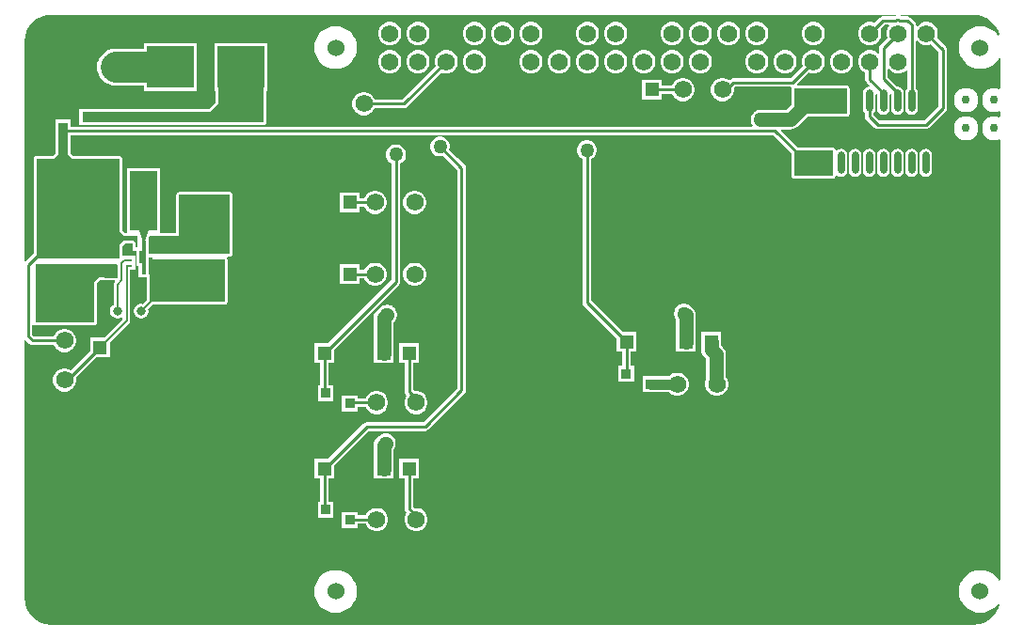
<source format=gtl>
G04*
G04 #@! TF.GenerationSoftware,Altium Limited,Altium Designer,22.10.1 (41)*
G04*
G04 Layer_Physical_Order=1*
G04 Layer_Color=255*
%FSLAX23Y23*%
%MOIN*%
G70*
G04*
G04 #@! TF.SameCoordinates,9DCC93BE-6794-47A7-A240-529396958765*
G04*
G04*
G04 #@! TF.FilePolarity,Positive*
G04*
G01*
G75*
%ADD13O,0.024X0.080*%
%ADD14R,0.024X0.080*%
%ADD15R,0.050X0.050*%
%ADD16R,0.050X0.050*%
%ADD17R,0.036X0.036*%
%ADD18R,0.010X0.024*%
%ADD19R,0.024X0.010*%
%ADD20R,0.095X0.210*%
%ADD21R,0.167X0.150*%
%ADD38C,0.010*%
%ADD39C,0.010*%
%ADD40R,0.017X0.049*%
%ADD41R,0.017X0.120*%
%ADD42R,0.017X0.063*%
%ADD43C,0.050*%
%ADD44C,0.007*%
%ADD45C,0.005*%
%ADD46C,0.034*%
%ADD47C,0.036*%
%ADD48C,0.110*%
%ADD49C,0.030*%
%ADD50C,0.062*%
%ADD51C,0.060*%
%ADD52C,0.100*%
%ADD53C,0.032*%
%ADD54C,0.050*%
G36*
X3447Y2234D02*
X3465Y2229D01*
X3481Y2220D01*
X3496Y2208D01*
X3508Y2193D01*
X3517Y2177D01*
X3520Y2165D01*
X3516Y2162D01*
X3507Y2173D01*
X3496Y2182D01*
X3482Y2189D01*
X3468Y2194D01*
X3453Y2195D01*
X3439Y2194D01*
X3424Y2189D01*
X3411Y2182D01*
X3400Y2173D01*
X3390Y2161D01*
X3383Y2148D01*
X3379Y2134D01*
X3378Y2119D01*
X3379Y2104D01*
X3383Y2090D01*
X3390Y2077D01*
X3400Y2065D01*
X3411Y2056D01*
X3424Y2049D01*
X3439Y2045D01*
X3453Y2043D01*
X3468Y2045D01*
X3482Y2049D01*
X3496Y2056D01*
X3507Y2065D01*
X3517Y2077D01*
X3519Y2081D01*
X3524Y2080D01*
Y1975D01*
X3519Y1972D01*
X3515Y1974D01*
X3503Y1976D01*
X3492Y1974D01*
X3482Y1970D01*
X3473Y1963D01*
X3466Y1954D01*
X3462Y1944D01*
X3461Y1933D01*
X3462Y1922D01*
X3466Y1911D01*
X3473Y1903D01*
X3482Y1896D01*
X3492Y1892D01*
X3503Y1890D01*
X3515Y1892D01*
X3519Y1894D01*
X3524Y1891D01*
Y1875D01*
X3519Y1872D01*
X3515Y1874D01*
X3503Y1876D01*
X3492Y1874D01*
X3482Y1870D01*
X3473Y1863D01*
X3466Y1854D01*
X3462Y1844D01*
X3461Y1833D01*
X3462Y1822D01*
X3466Y1811D01*
X3473Y1803D01*
X3482Y1796D01*
X3492Y1792D01*
X3503Y1790D01*
X3515Y1792D01*
X3519Y1794D01*
X3524Y1791D01*
Y230D01*
X3519Y228D01*
X3517Y232D01*
X3507Y244D01*
X3496Y253D01*
X3482Y260D01*
X3468Y264D01*
X3453Y266D01*
X3439Y264D01*
X3424Y260D01*
X3411Y253D01*
X3400Y244D01*
X3390Y232D01*
X3383Y219D01*
X3379Y205D01*
X3378Y190D01*
X3379Y175D01*
X3383Y161D01*
X3390Y148D01*
X3400Y136D01*
X3411Y127D01*
X3424Y120D01*
X3439Y116D01*
X3453Y114D01*
X3468Y116D01*
X3482Y120D01*
X3496Y127D01*
X3507Y136D01*
X3517Y148D01*
X3521Y146D01*
X3517Y131D01*
X3508Y115D01*
X3496Y100D01*
X3481Y88D01*
X3465Y79D01*
X3447Y74D01*
X3429Y72D01*
X3428Y72D01*
X164D01*
X163Y72D01*
X145Y74D01*
X127Y79D01*
X111Y88D01*
X96Y100D01*
X84Y115D01*
X75Y131D01*
X70Y149D01*
X68Y167D01*
X68Y168D01*
Y1080D01*
X73Y1082D01*
X86Y1069D01*
X91Y1066D01*
X97Y1065D01*
X172D01*
X172Y1064D01*
X177Y1055D01*
X185Y1047D01*
X194Y1042D01*
X205Y1039D01*
X215D01*
X226Y1042D01*
X235Y1047D01*
X243Y1055D01*
X248Y1064D01*
X251Y1075D01*
Y1085D01*
X248Y1096D01*
X243Y1105D01*
X235Y1113D01*
X226Y1118D01*
X215Y1121D01*
X205D01*
X194Y1118D01*
X185Y1113D01*
X177Y1105D01*
X172Y1096D01*
X172Y1095D01*
X103D01*
X96Y1102D01*
Y1135D01*
X99Y1136D01*
X101Y1136D01*
X104Y1135D01*
X108Y1134D01*
X316D01*
X320Y1135D01*
X323Y1137D01*
X325Y1140D01*
X326Y1144D01*
Y1285D01*
X335Y1294D01*
X387D01*
X389Y1289D01*
X388Y1288D01*
X385Y1284D01*
X384Y1279D01*
Y1207D01*
X381Y1205D01*
X376Y1200D01*
X373Y1194D01*
X371Y1187D01*
Y1181D01*
X373Y1174D01*
X376Y1168D01*
X381Y1163D01*
X387Y1160D01*
X394Y1158D01*
X400D01*
X407Y1160D01*
X411Y1162D01*
X415Y1160D01*
X415Y1155D01*
X351Y1090D01*
X300D01*
Y1042D01*
X233Y974D01*
X226Y978D01*
X215Y981D01*
X205D01*
X194Y978D01*
X185Y973D01*
X177Y965D01*
X172Y956D01*
X169Y945D01*
Y935D01*
X172Y924D01*
X177Y915D01*
X185Y907D01*
X194Y902D01*
X205Y899D01*
X215D01*
X226Y902D01*
X235Y907D01*
X243Y915D01*
X248Y924D01*
X251Y935D01*
Y945D01*
X250Y949D01*
X322Y1020D01*
X370D01*
Y1071D01*
X439Y1140D01*
X439Y1140D01*
X442Y1144D01*
X443Y1150D01*
Y1331D01*
X460D01*
Y1380D01*
X416D01*
X415Y1385D01*
Y1416D01*
X424Y1425D01*
X450D01*
Y1398D01*
X464D01*
X465Y1397D01*
Y1353D01*
X466Y1349D01*
X468Y1346D01*
X471Y1344D01*
Y1305D01*
X495D01*
Y1305D01*
X502D01*
Y1225D01*
X502Y1225D01*
X500Y1221D01*
X499Y1220D01*
X488Y1209D01*
X484Y1210D01*
X478D01*
X471Y1208D01*
X465Y1205D01*
X460Y1200D01*
X457Y1194D01*
X455Y1187D01*
Y1181D01*
X457Y1174D01*
X460Y1168D01*
X465Y1163D01*
X471Y1160D01*
X478Y1158D01*
X484D01*
X491Y1160D01*
X497Y1163D01*
X502Y1168D01*
X505Y1174D01*
X507Y1181D01*
Y1187D01*
X506Y1191D01*
X522Y1207D01*
X777D01*
X781Y1208D01*
X784Y1210D01*
X786Y1213D01*
X787Y1217D01*
Y1368D01*
X786Y1372D01*
X786Y1373D01*
X788Y1378D01*
X796D01*
X800Y1379D01*
X803Y1381D01*
X805Y1384D01*
X806Y1388D01*
Y1597D01*
X805Y1601D01*
X803Y1604D01*
X800Y1606D01*
X796Y1607D01*
X616D01*
X612Y1606D01*
X609Y1604D01*
X607Y1601D01*
X606Y1597D01*
X606Y1596D01*
Y1460D01*
X548D01*
Y1690D01*
X538D01*
X537Y1690D01*
X443D01*
X442Y1690D01*
X433D01*
Y1460D01*
X426D01*
X415Y1471D01*
Y1725D01*
X414Y1729D01*
X412Y1732D01*
X409Y1734D01*
X405Y1735D01*
X239D01*
X230Y1744D01*
Y1808D01*
X233D01*
Y1809D01*
X2720D01*
X2785Y1744D01*
Y1665D01*
X2786Y1661D01*
X2788Y1658D01*
X2791Y1656D01*
X2795Y1655D01*
X2930D01*
X2934Y1656D01*
X2937Y1658D01*
X2939Y1661D01*
X2940Y1663D01*
X2942Y1665D01*
X2944Y1665D01*
X2945Y1665D01*
X2951Y1661D01*
X2960Y1660D01*
X2969Y1661D01*
X2976Y1666D01*
X2981Y1673D01*
X2982Y1682D01*
Y1738D01*
X2981Y1747D01*
X2976Y1754D01*
X2969Y1759D01*
X2960Y1760D01*
X2951Y1759D01*
X2945Y1755D01*
X2944Y1755D01*
X2942Y1755D01*
X2940Y1757D01*
X2939Y1759D01*
X2937Y1762D01*
X2934Y1764D01*
X2930Y1765D01*
X2806D01*
X2748Y1824D01*
X2749Y1829D01*
X2780D01*
X2789Y1830D01*
X2798Y1833D01*
X2805Y1839D01*
X2841Y1875D01*
X2980D01*
X2984Y1876D01*
X2987Y1878D01*
X2989Y1881D01*
X2990Y1885D01*
Y1975D01*
X2989Y1979D01*
X2987Y1982D01*
X2984Y1984D01*
X2980Y1985D01*
X2806D01*
X2804Y1990D01*
X2845Y2031D01*
X2846Y2031D01*
X2856Y2028D01*
X2867D01*
X2878Y2031D01*
X2887Y2036D01*
X2895Y2044D01*
X2900Y2053D01*
X2903Y2064D01*
Y2075D01*
X2900Y2085D01*
X2895Y2094D01*
X2887Y2102D01*
X2878Y2107D01*
X2867Y2110D01*
X2856D01*
X2846Y2107D01*
X2837Y2102D01*
X2829Y2094D01*
X2824Y2085D01*
X2821Y2075D01*
Y2064D01*
X2824Y2053D01*
X2824Y2053D01*
X2781Y2010D01*
X2579D01*
X2573Y2009D01*
X2568Y2006D01*
X2565Y2003D01*
X2565Y2003D01*
X2556Y2008D01*
X2545Y2011D01*
X2535D01*
X2524Y2008D01*
X2515Y2003D01*
X2507Y1995D01*
X2502Y1986D01*
X2499Y1975D01*
Y1965D01*
X2502Y1954D01*
X2507Y1945D01*
X2515Y1937D01*
X2524Y1932D01*
X2535Y1929D01*
X2545D01*
X2556Y1932D01*
X2565Y1937D01*
X2573Y1945D01*
X2578Y1954D01*
X2581Y1965D01*
Y1975D01*
X2585Y1980D01*
X2781D01*
X2785Y1975D01*
Y1919D01*
X2765Y1899D01*
X2676D01*
X2674Y1899D01*
X2671D01*
X2669Y1898D01*
X2667Y1898D01*
X2665Y1897D01*
X2662Y1897D01*
X2660Y1895D01*
X2658Y1895D01*
X2657Y1893D01*
X2655Y1892D01*
X2653Y1890D01*
X2651Y1889D01*
X2650Y1887D01*
X2648Y1885D01*
X2647Y1883D01*
X2645Y1882D01*
X2645Y1880D01*
X2643Y1878D01*
X2643Y1875D01*
X2642Y1873D01*
X2642Y1871D01*
X2641Y1869D01*
Y1866D01*
X2641Y1864D01*
X2641Y1862D01*
Y1859D01*
X2642Y1857D01*
X2642Y1855D01*
X2643Y1853D01*
X2643Y1850D01*
X2645Y1848D01*
X2645Y1846D01*
X2647Y1845D01*
X2647Y1844D01*
X2645Y1840D01*
X2644Y1839D01*
X233D01*
Y1864D01*
X177D01*
Y1808D01*
X178D01*
Y1744D01*
X169Y1735D01*
X110D01*
X106Y1734D01*
X103Y1732D01*
X101Y1729D01*
X100Y1725D01*
Y1388D01*
X73Y1361D01*
X68Y1363D01*
Y2140D01*
X68Y2141D01*
X70Y2159D01*
X75Y2177D01*
X84Y2193D01*
X96Y2208D01*
X111Y2220D01*
X127Y2229D01*
X145Y2234D01*
X163Y2236D01*
X164Y2236D01*
X3154D01*
X3155Y2233D01*
X3153Y2230D01*
X3108D01*
X3102Y2229D01*
X3097Y2226D01*
X3078Y2207D01*
X3078Y2207D01*
X3067Y2210D01*
X3056D01*
X3046Y2207D01*
X3037Y2202D01*
X3029Y2194D01*
X3024Y2185D01*
X3021Y2175D01*
Y2164D01*
X3024Y2153D01*
X3029Y2144D01*
X3037Y2136D01*
X3046Y2131D01*
X3056Y2128D01*
X3067D01*
X3078Y2131D01*
X3087Y2136D01*
X3095Y2144D01*
X3100Y2153D01*
X3103Y2164D01*
Y2175D01*
X3100Y2185D01*
X3100Y2185D01*
X3114Y2200D01*
X3128D01*
X3130Y2195D01*
X3129Y2194D01*
X3124Y2185D01*
X3121Y2175D01*
Y2164D01*
X3124Y2153D01*
X3124Y2153D01*
X3099Y2128D01*
X3096Y2123D01*
X3095Y2117D01*
Y2101D01*
X3090Y2099D01*
X3087Y2102D01*
X3078Y2107D01*
X3067Y2110D01*
X3056D01*
X3046Y2107D01*
X3037Y2102D01*
X3029Y2094D01*
X3024Y2085D01*
X3021Y2075D01*
Y2064D01*
X3024Y2053D01*
X3029Y2044D01*
X3037Y2036D01*
X3046Y2031D01*
X3046Y2031D01*
Y2006D01*
X3048Y2000D01*
X3051Y1995D01*
X3062Y1985D01*
X3059Y1980D01*
X3051Y1979D01*
X3044Y1974D01*
X3039Y1967D01*
X3038Y1958D01*
Y1902D01*
X3039Y1893D01*
X3044Y1886D01*
X3045Y1886D01*
Y1875D01*
X3046Y1869D01*
X3049Y1864D01*
X3079Y1834D01*
X3084Y1831D01*
X3090Y1830D01*
X3260D01*
X3266Y1831D01*
X3271Y1834D01*
X3331Y1894D01*
X3334Y1899D01*
X3335Y1905D01*
Y2111D01*
X3334Y2117D01*
X3331Y2122D01*
X3300Y2153D01*
X3300Y2153D01*
X3303Y2164D01*
Y2175D01*
X3300Y2185D01*
X3295Y2194D01*
X3287Y2202D01*
X3278Y2207D01*
X3267Y2210D01*
X3256D01*
X3246Y2207D01*
X3237Y2202D01*
X3230Y2196D01*
X3225Y2198D01*
Y2200D01*
X3224Y2206D01*
X3221Y2211D01*
X3209Y2223D01*
X3209Y2223D01*
X3206Y2226D01*
X3201Y2229D01*
X3195Y2230D01*
X3171D01*
X3171Y2231D01*
X3173Y2236D01*
X3428D01*
X3429Y2236D01*
X3447Y2234D01*
D02*
G37*
G36*
X2980Y1885D02*
X2795D01*
Y1975D01*
X2980D01*
Y1885D01*
D02*
G37*
G36*
X3237Y2136D02*
X3246Y2131D01*
X3256Y2128D01*
X3267D01*
X3278Y2131D01*
X3278Y2131D01*
X3305Y2105D01*
Y1911D01*
X3254Y1860D01*
X3096D01*
X3076Y1881D01*
X3076Y1886D01*
X3076Y1886D01*
X3081Y1893D01*
X3082Y1902D01*
Y1951D01*
X3087Y1954D01*
X3088Y1954D01*
Y1902D01*
X3089Y1893D01*
X3094Y1886D01*
X3101Y1881D01*
X3110Y1880D01*
X3119Y1881D01*
X3126Y1886D01*
X3131Y1893D01*
X3132Y1902D01*
Y1951D01*
X3137Y1954D01*
X3138Y1954D01*
Y1902D01*
X3139Y1893D01*
X3144Y1886D01*
X3151Y1881D01*
X3160Y1880D01*
X3169Y1881D01*
X3176Y1886D01*
X3181Y1893D01*
X3182Y1902D01*
Y1958D01*
X3181Y1967D01*
X3176Y1974D01*
X3169Y1979D01*
X3160Y1980D01*
X3159Y1980D01*
X3125Y2014D01*
Y2041D01*
X3130Y2043D01*
X3137Y2036D01*
X3146Y2031D01*
X3156Y2028D01*
X3167D01*
X3178Y2031D01*
X3187Y2036D01*
X3190Y2039D01*
X3195Y2037D01*
Y1974D01*
X3194Y1974D01*
X3189Y1967D01*
X3188Y1958D01*
Y1902D01*
X3189Y1893D01*
X3194Y1886D01*
X3201Y1881D01*
X3210Y1880D01*
X3219Y1881D01*
X3226Y1886D01*
X3231Y1893D01*
X3232Y1902D01*
Y1958D01*
X3231Y1967D01*
X3226Y1974D01*
X3225Y1974D01*
Y2141D01*
X3230Y2143D01*
X3237Y2136D01*
D02*
G37*
G36*
X2930Y1665D02*
X2795D01*
Y1755D01*
X2930D01*
Y1665D01*
D02*
G37*
G36*
X537Y1470D02*
X507D01*
X494Y1436D01*
X494Y1422D01*
X485D01*
Y1438D01*
X474Y1470D01*
X443D01*
Y1680D01*
X537D01*
Y1470D01*
D02*
G37*
G36*
X220Y1740D02*
X235Y1725D01*
X405D01*
Y1467D01*
X422Y1450D01*
X469D01*
Y1410D01*
X460D01*
Y1429D01*
X454Y1435D01*
X420D01*
X405Y1420D01*
Y1370D01*
X110D01*
Y1725D01*
X173D01*
X188Y1740D01*
Y1852D01*
X220D01*
Y1740D01*
D02*
G37*
G36*
X796Y1388D02*
X509D01*
Y1446D01*
X509Y1446D01*
X513Y1450D01*
X616D01*
Y1597D01*
X616Y1597D01*
X796D01*
Y1388D01*
D02*
G37*
G36*
X496Y1353D02*
X475D01*
Y1397D01*
X496D01*
Y1353D01*
D02*
G37*
G36*
X777Y1217D02*
X514D01*
X512Y1214D01*
X509D01*
Y1217D01*
X512D01*
Y1368D01*
X777D01*
Y1217D01*
D02*
G37*
G36*
X396Y1304D02*
X331D01*
X316Y1289D01*
Y1144D01*
X108D01*
Y1352D01*
X396D01*
Y1304D01*
D02*
G37*
%LPC*%
G36*
X2867Y2210D02*
X2856D01*
X2846Y2207D01*
X2837Y2202D01*
X2829Y2194D01*
X2824Y2185D01*
X2821Y2175D01*
Y2164D01*
X2824Y2153D01*
X2829Y2144D01*
X2837Y2136D01*
X2846Y2131D01*
X2856Y2128D01*
X2867D01*
X2878Y2131D01*
X2887Y2136D01*
X2895Y2144D01*
X2900Y2153D01*
X2903Y2164D01*
Y2175D01*
X2900Y2185D01*
X2895Y2194D01*
X2887Y2202D01*
X2878Y2207D01*
X2867Y2210D01*
D02*
G37*
G36*
X2667D02*
X2656D01*
X2646Y2207D01*
X2637Y2202D01*
X2629Y2194D01*
X2624Y2185D01*
X2621Y2175D01*
Y2164D01*
X2624Y2153D01*
X2629Y2144D01*
X2637Y2136D01*
X2646Y2131D01*
X2656Y2128D01*
X2667D01*
X2678Y2131D01*
X2687Y2136D01*
X2695Y2144D01*
X2700Y2153D01*
X2703Y2164D01*
Y2175D01*
X2700Y2185D01*
X2695Y2194D01*
X2687Y2202D01*
X2678Y2207D01*
X2667Y2210D01*
D02*
G37*
G36*
X2567D02*
X2556D01*
X2546Y2207D01*
X2537Y2202D01*
X2529Y2194D01*
X2524Y2185D01*
X2521Y2175D01*
Y2164D01*
X2524Y2153D01*
X2529Y2144D01*
X2537Y2136D01*
X2546Y2131D01*
X2556Y2128D01*
X2567D01*
X2578Y2131D01*
X2587Y2136D01*
X2595Y2144D01*
X2600Y2153D01*
X2603Y2164D01*
Y2175D01*
X2600Y2185D01*
X2595Y2194D01*
X2587Y2202D01*
X2578Y2207D01*
X2567Y2210D01*
D02*
G37*
G36*
X2467D02*
X2456D01*
X2446Y2207D01*
X2437Y2202D01*
X2429Y2194D01*
X2424Y2185D01*
X2421Y2175D01*
Y2164D01*
X2424Y2153D01*
X2429Y2144D01*
X2437Y2136D01*
X2446Y2131D01*
X2456Y2128D01*
X2467D01*
X2478Y2131D01*
X2487Y2136D01*
X2495Y2144D01*
X2500Y2153D01*
X2503Y2164D01*
Y2175D01*
X2500Y2185D01*
X2495Y2194D01*
X2487Y2202D01*
X2478Y2207D01*
X2467Y2210D01*
D02*
G37*
G36*
X2367D02*
X2356D01*
X2346Y2207D01*
X2337Y2202D01*
X2329Y2194D01*
X2324Y2185D01*
X2321Y2175D01*
Y2164D01*
X2324Y2153D01*
X2329Y2144D01*
X2337Y2136D01*
X2346Y2131D01*
X2356Y2128D01*
X2367D01*
X2378Y2131D01*
X2387Y2136D01*
X2395Y2144D01*
X2400Y2153D01*
X2403Y2164D01*
Y2175D01*
X2400Y2185D01*
X2395Y2194D01*
X2387Y2202D01*
X2378Y2207D01*
X2367Y2210D01*
D02*
G37*
G36*
X2167D02*
X2156D01*
X2146Y2207D01*
X2137Y2202D01*
X2129Y2194D01*
X2124Y2185D01*
X2121Y2175D01*
Y2164D01*
X2124Y2153D01*
X2129Y2144D01*
X2137Y2136D01*
X2146Y2131D01*
X2156Y2128D01*
X2167D01*
X2178Y2131D01*
X2187Y2136D01*
X2195Y2144D01*
X2200Y2153D01*
X2203Y2164D01*
Y2175D01*
X2200Y2185D01*
X2195Y2194D01*
X2187Y2202D01*
X2178Y2207D01*
X2167Y2210D01*
D02*
G37*
G36*
X2067D02*
X2056D01*
X2046Y2207D01*
X2037Y2202D01*
X2029Y2194D01*
X2024Y2185D01*
X2021Y2175D01*
Y2164D01*
X2024Y2153D01*
X2029Y2144D01*
X2037Y2136D01*
X2046Y2131D01*
X2056Y2128D01*
X2067D01*
X2078Y2131D01*
X2087Y2136D01*
X2095Y2144D01*
X2100Y2153D01*
X2103Y2164D01*
Y2175D01*
X2100Y2185D01*
X2095Y2194D01*
X2087Y2202D01*
X2078Y2207D01*
X2067Y2210D01*
D02*
G37*
G36*
X1867D02*
X1856D01*
X1846Y2207D01*
X1837Y2202D01*
X1829Y2194D01*
X1824Y2185D01*
X1821Y2175D01*
Y2164D01*
X1824Y2153D01*
X1829Y2144D01*
X1837Y2136D01*
X1846Y2131D01*
X1856Y2128D01*
X1867D01*
X1878Y2131D01*
X1887Y2136D01*
X1895Y2144D01*
X1900Y2153D01*
X1903Y2164D01*
Y2175D01*
X1900Y2185D01*
X1895Y2194D01*
X1887Y2202D01*
X1878Y2207D01*
X1867Y2210D01*
D02*
G37*
G36*
X1767D02*
X1756D01*
X1746Y2207D01*
X1737Y2202D01*
X1729Y2194D01*
X1724Y2185D01*
X1721Y2175D01*
Y2164D01*
X1724Y2153D01*
X1729Y2144D01*
X1737Y2136D01*
X1746Y2131D01*
X1756Y2128D01*
X1767D01*
X1778Y2131D01*
X1787Y2136D01*
X1795Y2144D01*
X1800Y2153D01*
X1803Y2164D01*
Y2175D01*
X1800Y2185D01*
X1795Y2194D01*
X1787Y2202D01*
X1778Y2207D01*
X1767Y2210D01*
D02*
G37*
G36*
X1667D02*
X1656D01*
X1646Y2207D01*
X1637Y2202D01*
X1629Y2194D01*
X1624Y2185D01*
X1621Y2175D01*
Y2164D01*
X1624Y2153D01*
X1629Y2144D01*
X1637Y2136D01*
X1646Y2131D01*
X1656Y2128D01*
X1667D01*
X1678Y2131D01*
X1687Y2136D01*
X1695Y2144D01*
X1700Y2153D01*
X1703Y2164D01*
Y2175D01*
X1700Y2185D01*
X1695Y2194D01*
X1687Y2202D01*
X1678Y2207D01*
X1667Y2210D01*
D02*
G37*
G36*
X1467D02*
X1456D01*
X1446Y2207D01*
X1437Y2202D01*
X1429Y2194D01*
X1424Y2185D01*
X1421Y2175D01*
Y2164D01*
X1424Y2153D01*
X1429Y2144D01*
X1437Y2136D01*
X1446Y2131D01*
X1456Y2128D01*
X1467D01*
X1478Y2131D01*
X1487Y2136D01*
X1495Y2144D01*
X1500Y2153D01*
X1503Y2164D01*
Y2175D01*
X1500Y2185D01*
X1495Y2194D01*
X1487Y2202D01*
X1478Y2207D01*
X1467Y2210D01*
D02*
G37*
G36*
X1367D02*
X1356D01*
X1346Y2207D01*
X1337Y2202D01*
X1329Y2194D01*
X1324Y2185D01*
X1321Y2175D01*
Y2164D01*
X1324Y2153D01*
X1329Y2144D01*
X1337Y2136D01*
X1346Y2131D01*
X1356Y2128D01*
X1367D01*
X1378Y2131D01*
X1387Y2136D01*
X1395Y2144D01*
X1400Y2153D01*
X1403Y2164D01*
Y2175D01*
X1400Y2185D01*
X1395Y2194D01*
X1387Y2202D01*
X1378Y2207D01*
X1367Y2210D01*
D02*
G37*
G36*
X1170Y2195D02*
X1155Y2194D01*
X1141Y2189D01*
X1128Y2182D01*
X1116Y2173D01*
X1107Y2161D01*
X1100Y2148D01*
X1096Y2134D01*
X1094Y2119D01*
X1096Y2104D01*
X1100Y2090D01*
X1107Y2077D01*
X1116Y2065D01*
X1128Y2056D01*
X1141Y2049D01*
X1155Y2045D01*
X1170Y2043D01*
X1185Y2045D01*
X1199Y2049D01*
X1212Y2056D01*
X1224Y2065D01*
X1233Y2077D01*
X1240Y2090D01*
X1244Y2104D01*
X1246Y2119D01*
X1244Y2134D01*
X1240Y2148D01*
X1233Y2161D01*
X1224Y2173D01*
X1212Y2182D01*
X1199Y2189D01*
X1185Y2194D01*
X1170Y2195D01*
D02*
G37*
G36*
X2967Y2110D02*
X2956D01*
X2946Y2107D01*
X2937Y2102D01*
X2929Y2094D01*
X2924Y2085D01*
X2921Y2075D01*
Y2064D01*
X2924Y2053D01*
X2929Y2044D01*
X2937Y2036D01*
X2946Y2031D01*
X2956Y2028D01*
X2967D01*
X2978Y2031D01*
X2987Y2036D01*
X2995Y2044D01*
X3000Y2053D01*
X3003Y2064D01*
Y2075D01*
X3000Y2085D01*
X2995Y2094D01*
X2987Y2102D01*
X2978Y2107D01*
X2967Y2110D01*
D02*
G37*
G36*
X2767D02*
X2756D01*
X2746Y2107D01*
X2737Y2102D01*
X2729Y2094D01*
X2724Y2085D01*
X2721Y2075D01*
Y2064D01*
X2724Y2053D01*
X2729Y2044D01*
X2737Y2036D01*
X2746Y2031D01*
X2756Y2028D01*
X2767D01*
X2778Y2031D01*
X2787Y2036D01*
X2795Y2044D01*
X2800Y2053D01*
X2803Y2064D01*
Y2075D01*
X2800Y2085D01*
X2795Y2094D01*
X2787Y2102D01*
X2778Y2107D01*
X2767Y2110D01*
D02*
G37*
G36*
X2667D02*
X2656D01*
X2646Y2107D01*
X2637Y2102D01*
X2629Y2094D01*
X2624Y2085D01*
X2621Y2075D01*
Y2064D01*
X2624Y2053D01*
X2629Y2044D01*
X2637Y2036D01*
X2646Y2031D01*
X2656Y2028D01*
X2667D01*
X2678Y2031D01*
X2687Y2036D01*
X2695Y2044D01*
X2700Y2053D01*
X2703Y2064D01*
Y2075D01*
X2700Y2085D01*
X2695Y2094D01*
X2687Y2102D01*
X2678Y2107D01*
X2667Y2110D01*
D02*
G37*
G36*
X2467D02*
X2456D01*
X2446Y2107D01*
X2437Y2102D01*
X2429Y2094D01*
X2424Y2085D01*
X2421Y2075D01*
Y2064D01*
X2424Y2053D01*
X2429Y2044D01*
X2437Y2036D01*
X2446Y2031D01*
X2456Y2028D01*
X2467D01*
X2478Y2031D01*
X2487Y2036D01*
X2495Y2044D01*
X2500Y2053D01*
X2503Y2064D01*
Y2075D01*
X2500Y2085D01*
X2495Y2094D01*
X2487Y2102D01*
X2478Y2107D01*
X2467Y2110D01*
D02*
G37*
G36*
X2367D02*
X2356D01*
X2346Y2107D01*
X2337Y2102D01*
X2329Y2094D01*
X2324Y2085D01*
X2321Y2075D01*
Y2064D01*
X2324Y2053D01*
X2329Y2044D01*
X2337Y2036D01*
X2346Y2031D01*
X2356Y2028D01*
X2367D01*
X2378Y2031D01*
X2387Y2036D01*
X2395Y2044D01*
X2400Y2053D01*
X2403Y2064D01*
Y2075D01*
X2400Y2085D01*
X2395Y2094D01*
X2387Y2102D01*
X2378Y2107D01*
X2367Y2110D01*
D02*
G37*
G36*
X2267D02*
X2256D01*
X2246Y2107D01*
X2237Y2102D01*
X2229Y2094D01*
X2224Y2085D01*
X2221Y2075D01*
Y2064D01*
X2224Y2053D01*
X2229Y2044D01*
X2237Y2036D01*
X2246Y2031D01*
X2256Y2028D01*
X2267D01*
X2278Y2031D01*
X2287Y2036D01*
X2295Y2044D01*
X2300Y2053D01*
X2303Y2064D01*
Y2075D01*
X2300Y2085D01*
X2295Y2094D01*
X2287Y2102D01*
X2278Y2107D01*
X2267Y2110D01*
D02*
G37*
G36*
X2167D02*
X2156D01*
X2146Y2107D01*
X2137Y2102D01*
X2129Y2094D01*
X2124Y2085D01*
X2121Y2075D01*
Y2064D01*
X2124Y2053D01*
X2129Y2044D01*
X2137Y2036D01*
X2146Y2031D01*
X2156Y2028D01*
X2167D01*
X2178Y2031D01*
X2187Y2036D01*
X2195Y2044D01*
X2200Y2053D01*
X2203Y2064D01*
Y2075D01*
X2200Y2085D01*
X2195Y2094D01*
X2187Y2102D01*
X2178Y2107D01*
X2167Y2110D01*
D02*
G37*
G36*
X2067D02*
X2056D01*
X2046Y2107D01*
X2037Y2102D01*
X2029Y2094D01*
X2024Y2085D01*
X2021Y2075D01*
Y2064D01*
X2024Y2053D01*
X2029Y2044D01*
X2037Y2036D01*
X2046Y2031D01*
X2056Y2028D01*
X2067D01*
X2078Y2031D01*
X2087Y2036D01*
X2095Y2044D01*
X2100Y2053D01*
X2103Y2064D01*
Y2075D01*
X2100Y2085D01*
X2095Y2094D01*
X2087Y2102D01*
X2078Y2107D01*
X2067Y2110D01*
D02*
G37*
G36*
X1967D02*
X1956D01*
X1946Y2107D01*
X1937Y2102D01*
X1929Y2094D01*
X1924Y2085D01*
X1921Y2075D01*
Y2064D01*
X1924Y2053D01*
X1929Y2044D01*
X1937Y2036D01*
X1946Y2031D01*
X1956Y2028D01*
X1967D01*
X1978Y2031D01*
X1987Y2036D01*
X1995Y2044D01*
X2000Y2053D01*
X2003Y2064D01*
Y2075D01*
X2000Y2085D01*
X1995Y2094D01*
X1987Y2102D01*
X1978Y2107D01*
X1967Y2110D01*
D02*
G37*
G36*
X1867D02*
X1856D01*
X1846Y2107D01*
X1837Y2102D01*
X1829Y2094D01*
X1824Y2085D01*
X1821Y2075D01*
Y2064D01*
X1824Y2053D01*
X1829Y2044D01*
X1837Y2036D01*
X1846Y2031D01*
X1856Y2028D01*
X1867D01*
X1878Y2031D01*
X1887Y2036D01*
X1895Y2044D01*
X1900Y2053D01*
X1903Y2064D01*
Y2075D01*
X1900Y2085D01*
X1895Y2094D01*
X1887Y2102D01*
X1878Y2107D01*
X1867Y2110D01*
D02*
G37*
G36*
X1667D02*
X1656D01*
X1646Y2107D01*
X1637Y2102D01*
X1629Y2094D01*
X1624Y2085D01*
X1621Y2075D01*
Y2064D01*
X1624Y2053D01*
X1629Y2044D01*
X1637Y2036D01*
X1646Y2031D01*
X1656Y2028D01*
X1667D01*
X1678Y2031D01*
X1687Y2036D01*
X1695Y2044D01*
X1700Y2053D01*
X1703Y2064D01*
Y2075D01*
X1700Y2085D01*
X1695Y2094D01*
X1687Y2102D01*
X1678Y2107D01*
X1667Y2110D01*
D02*
G37*
G36*
X1567D02*
X1556D01*
X1546Y2107D01*
X1537Y2102D01*
X1529Y2094D01*
X1524Y2085D01*
X1521Y2075D01*
Y2064D01*
X1524Y2053D01*
X1524Y2053D01*
X1406Y1935D01*
X1308D01*
X1308Y1936D01*
X1303Y1945D01*
X1295Y1953D01*
X1286Y1958D01*
X1275Y1961D01*
X1265D01*
X1254Y1958D01*
X1245Y1953D01*
X1237Y1945D01*
X1232Y1936D01*
X1229Y1925D01*
Y1915D01*
X1232Y1904D01*
X1237Y1895D01*
X1245Y1887D01*
X1254Y1882D01*
X1265Y1879D01*
X1275D01*
X1286Y1882D01*
X1295Y1887D01*
X1303Y1895D01*
X1308Y1904D01*
X1308Y1905D01*
X1413D01*
X1418Y1906D01*
X1423Y1909D01*
X1545Y2031D01*
X1546Y2031D01*
X1556Y2028D01*
X1567D01*
X1578Y2031D01*
X1587Y2036D01*
X1595Y2044D01*
X1600Y2053D01*
X1603Y2064D01*
Y2075D01*
X1600Y2085D01*
X1595Y2094D01*
X1587Y2102D01*
X1578Y2107D01*
X1567Y2110D01*
D02*
G37*
G36*
X1467D02*
X1456D01*
X1446Y2107D01*
X1437Y2102D01*
X1429Y2094D01*
X1424Y2085D01*
X1421Y2075D01*
Y2064D01*
X1424Y2053D01*
X1429Y2044D01*
X1437Y2036D01*
X1446Y2031D01*
X1456Y2028D01*
X1467D01*
X1478Y2031D01*
X1487Y2036D01*
X1495Y2044D01*
X1500Y2053D01*
X1503Y2064D01*
Y2075D01*
X1500Y2085D01*
X1495Y2094D01*
X1487Y2102D01*
X1478Y2107D01*
X1467Y2110D01*
D02*
G37*
G36*
X1367D02*
X1356D01*
X1346Y2107D01*
X1337Y2102D01*
X1329Y2094D01*
X1324Y2085D01*
X1321Y2075D01*
Y2064D01*
X1324Y2053D01*
X1329Y2044D01*
X1337Y2036D01*
X1346Y2031D01*
X1356Y2028D01*
X1367D01*
X1378Y2031D01*
X1387Y2036D01*
X1395Y2044D01*
X1400Y2053D01*
X1403Y2064D01*
Y2075D01*
X1400Y2085D01*
X1395Y2094D01*
X1387Y2102D01*
X1378Y2107D01*
X1367Y2110D01*
D02*
G37*
G36*
X2405Y2011D02*
X2395D01*
X2384Y2008D01*
X2375Y2003D01*
X2367Y1995D01*
X2362Y1986D01*
X2362Y1985D01*
X2325D01*
Y2005D01*
X2255D01*
Y1935D01*
X2325D01*
Y1955D01*
X2362D01*
X2362Y1954D01*
X2367Y1945D01*
X2375Y1937D01*
X2384Y1932D01*
X2395Y1929D01*
X2405D01*
X2416Y1932D01*
X2425Y1937D01*
X2433Y1945D01*
X2438Y1954D01*
X2441Y1965D01*
Y1975D01*
X2438Y1986D01*
X2433Y1995D01*
X2425Y2003D01*
X2416Y2008D01*
X2405Y2011D01*
D02*
G37*
G36*
X678Y2135D02*
X491D01*
Y2115D01*
X390D01*
X377Y2114D01*
X365Y2110D01*
X354Y2104D01*
X344Y2096D01*
X336Y2086D01*
X330Y2075D01*
X326Y2063D01*
X325Y2050D01*
X326Y2037D01*
X330Y2025D01*
X336Y2014D01*
X344Y2004D01*
X354Y1996D01*
X365Y1990D01*
X377Y1986D01*
X390Y1985D01*
X491D01*
Y1965D01*
X678D01*
Y2135D01*
D02*
G37*
G36*
X929D02*
X742D01*
Y1965D01*
X745D01*
Y1924D01*
X721Y1900D01*
X319D01*
Y1901D01*
X263D01*
Y1845D01*
X274D01*
X275Y1845D01*
X755Y1845D01*
X915Y1845D01*
X919Y1846D01*
X922Y1848D01*
X924Y1851D01*
X925Y1855D01*
Y1965D01*
X929D01*
Y2135D01*
D02*
G37*
G36*
X3403Y1976D02*
X3392Y1974D01*
X3382Y1970D01*
X3373Y1963D01*
X3366Y1954D01*
X3362Y1944D01*
X3361Y1933D01*
X3362Y1922D01*
X3366Y1911D01*
X3373Y1903D01*
X3382Y1896D01*
X3392Y1892D01*
X3403Y1890D01*
X3415Y1892D01*
X3425Y1896D01*
X3434Y1903D01*
X3441Y1911D01*
X3445Y1922D01*
X3446Y1933D01*
X3445Y1944D01*
X3441Y1954D01*
X3434Y1963D01*
X3425Y1970D01*
X3415Y1974D01*
X3403Y1976D01*
D02*
G37*
G36*
Y1876D02*
X3392Y1874D01*
X3382Y1870D01*
X3373Y1863D01*
X3366Y1854D01*
X3362Y1844D01*
X3361Y1833D01*
X3362Y1822D01*
X3366Y1811D01*
X3373Y1803D01*
X3382Y1796D01*
X3392Y1792D01*
X3403Y1790D01*
X3415Y1792D01*
X3425Y1796D01*
X3434Y1803D01*
X3441Y1811D01*
X3445Y1822D01*
X3446Y1833D01*
X3445Y1844D01*
X3441Y1854D01*
X3434Y1863D01*
X3425Y1870D01*
X3415Y1874D01*
X3403Y1876D01*
D02*
G37*
G36*
X3260Y1760D02*
X3251Y1759D01*
X3244Y1754D01*
X3239Y1747D01*
X3238Y1738D01*
Y1682D01*
X3239Y1673D01*
X3244Y1666D01*
X3251Y1661D01*
X3260Y1660D01*
X3269Y1661D01*
X3276Y1666D01*
X3281Y1673D01*
X3282Y1682D01*
Y1738D01*
X3281Y1747D01*
X3276Y1754D01*
X3269Y1759D01*
X3260Y1760D01*
D02*
G37*
G36*
X3210D02*
X3201Y1759D01*
X3194Y1754D01*
X3189Y1747D01*
X3188Y1738D01*
Y1682D01*
X3189Y1673D01*
X3194Y1666D01*
X3201Y1661D01*
X3210Y1660D01*
X3219Y1661D01*
X3226Y1666D01*
X3231Y1673D01*
X3232Y1682D01*
Y1738D01*
X3231Y1747D01*
X3226Y1754D01*
X3219Y1759D01*
X3210Y1760D01*
D02*
G37*
G36*
X3160D02*
X3151Y1759D01*
X3144Y1754D01*
X3139Y1747D01*
X3138Y1738D01*
Y1682D01*
X3139Y1673D01*
X3144Y1666D01*
X3151Y1661D01*
X3160Y1660D01*
X3169Y1661D01*
X3176Y1666D01*
X3181Y1673D01*
X3182Y1682D01*
Y1738D01*
X3181Y1747D01*
X3176Y1754D01*
X3169Y1759D01*
X3160Y1760D01*
D02*
G37*
G36*
X3110D02*
X3101Y1759D01*
X3094Y1754D01*
X3089Y1747D01*
X3088Y1738D01*
Y1682D01*
X3089Y1673D01*
X3094Y1666D01*
X3101Y1661D01*
X3110Y1660D01*
X3119Y1661D01*
X3126Y1666D01*
X3131Y1673D01*
X3132Y1682D01*
Y1738D01*
X3131Y1747D01*
X3126Y1754D01*
X3119Y1759D01*
X3110Y1760D01*
D02*
G37*
G36*
X3060D02*
X3051Y1759D01*
X3044Y1754D01*
X3039Y1747D01*
X3038Y1738D01*
Y1682D01*
X3039Y1673D01*
X3044Y1666D01*
X3051Y1661D01*
X3060Y1660D01*
X3069Y1661D01*
X3076Y1666D01*
X3081Y1673D01*
X3082Y1682D01*
Y1738D01*
X3081Y1747D01*
X3076Y1754D01*
X3069Y1759D01*
X3060Y1760D01*
D02*
G37*
G36*
X3010D02*
X3001Y1759D01*
X2994Y1754D01*
X2989Y1747D01*
X2988Y1738D01*
Y1682D01*
X2989Y1673D01*
X2994Y1666D01*
X3001Y1661D01*
X3010Y1660D01*
X3019Y1661D01*
X3026Y1666D01*
X3031Y1673D01*
X3032Y1682D01*
Y1738D01*
X3031Y1747D01*
X3026Y1754D01*
X3019Y1759D01*
X3010Y1760D01*
D02*
G37*
G36*
X1315Y1611D02*
X1305D01*
X1294Y1608D01*
X1285Y1603D01*
X1277Y1595D01*
X1272Y1586D01*
X1272Y1585D01*
X1255D01*
Y1605D01*
X1185D01*
Y1535D01*
X1255D01*
Y1555D01*
X1272D01*
X1272Y1554D01*
X1277Y1545D01*
X1285Y1537D01*
X1294Y1532D01*
X1305Y1529D01*
X1315D01*
X1326Y1532D01*
X1335Y1537D01*
X1343Y1545D01*
X1348Y1554D01*
X1351Y1565D01*
Y1575D01*
X1348Y1586D01*
X1343Y1595D01*
X1335Y1603D01*
X1326Y1608D01*
X1315Y1611D01*
D02*
G37*
G36*
X1455D02*
X1445D01*
X1434Y1608D01*
X1425Y1603D01*
X1417Y1595D01*
X1412Y1586D01*
X1409Y1575D01*
Y1565D01*
X1412Y1554D01*
X1417Y1545D01*
X1425Y1537D01*
X1434Y1532D01*
X1445Y1529D01*
X1455D01*
X1466Y1532D01*
X1475Y1537D01*
X1483Y1545D01*
X1488Y1554D01*
X1491Y1565D01*
Y1575D01*
X1488Y1586D01*
X1483Y1595D01*
X1475Y1603D01*
X1466Y1608D01*
X1455Y1611D01*
D02*
G37*
G36*
X1315Y1356D02*
X1305D01*
X1294Y1353D01*
X1285Y1348D01*
X1277Y1340D01*
X1272Y1331D01*
X1272Y1330D01*
X1255D01*
Y1350D01*
X1185D01*
Y1280D01*
X1255D01*
Y1300D01*
X1272D01*
X1272Y1299D01*
X1277Y1290D01*
X1285Y1282D01*
X1294Y1277D01*
X1305Y1274D01*
X1315D01*
X1326Y1277D01*
X1335Y1282D01*
X1343Y1290D01*
X1348Y1299D01*
X1351Y1310D01*
Y1320D01*
X1348Y1331D01*
X1343Y1340D01*
X1335Y1348D01*
X1326Y1353D01*
X1315Y1356D01*
D02*
G37*
G36*
X1455D02*
X1445D01*
X1434Y1353D01*
X1425Y1348D01*
X1417Y1340D01*
X1412Y1331D01*
X1409Y1320D01*
Y1310D01*
X1412Y1299D01*
X1417Y1290D01*
X1425Y1282D01*
X1434Y1277D01*
X1445Y1274D01*
X1455D01*
X1466Y1277D01*
X1475Y1282D01*
X1483Y1290D01*
X1488Y1299D01*
X1491Y1310D01*
Y1320D01*
X1488Y1331D01*
X1483Y1340D01*
X1475Y1348D01*
X1466Y1353D01*
X1455Y1356D01*
D02*
G37*
G36*
X2404Y1211D02*
X2402Y1211D01*
X2399D01*
X2397Y1210D01*
X2395Y1210D01*
X2393Y1209D01*
X2390Y1209D01*
X2388Y1207D01*
X2386Y1207D01*
X2385Y1205D01*
X2383Y1204D01*
X2381Y1202D01*
X2379Y1201D01*
X2378Y1199D01*
X2376Y1197D01*
X2375Y1195D01*
X2373Y1194D01*
X2373Y1192D01*
X2371Y1190D01*
X2371Y1187D01*
X2370Y1185D01*
X2370Y1183D01*
X2369Y1181D01*
Y1178D01*
X2369Y1176D01*
X2369Y1174D01*
Y1171D01*
X2370Y1169D01*
X2370Y1167D01*
X2371Y1165D01*
X2371Y1162D01*
X2373Y1160D01*
X2373Y1158D01*
X2375Y1157D01*
Y1075D01*
X2375Y1073D01*
Y1040D01*
X2408D01*
X2410Y1040D01*
X2412Y1040D01*
X2445D01*
Y1073D01*
X2445Y1075D01*
Y1170D01*
X2444Y1179D01*
X2441Y1188D01*
X2435Y1195D01*
X2429Y1201D01*
X2427Y1202D01*
X2425Y1204D01*
X2423Y1205D01*
X2422Y1207D01*
X2420Y1207D01*
X2418Y1209D01*
X2415Y1209D01*
X2413Y1210D01*
X2411Y1210D01*
X2409Y1211D01*
X2406D01*
X2404Y1211D01*
D02*
G37*
G36*
X1352Y1207D02*
X1350Y1207D01*
X1347D01*
X1345Y1206D01*
X1343Y1206D01*
X1341Y1205D01*
X1338Y1205D01*
X1336Y1203D01*
X1334Y1203D01*
X1333Y1201D01*
X1331Y1200D01*
X1329Y1198D01*
X1327Y1197D01*
X1315Y1185D01*
X1309Y1178D01*
X1306Y1169D01*
X1305Y1160D01*
Y1035D01*
X1305Y1033D01*
Y1000D01*
X1338D01*
X1340Y1000D01*
X1342Y1000D01*
X1375D01*
Y1033D01*
X1375Y1035D01*
Y1145D01*
X1377Y1147D01*
X1378Y1149D01*
X1380Y1151D01*
X1381Y1153D01*
X1383Y1154D01*
X1383Y1156D01*
X1385Y1158D01*
X1385Y1161D01*
X1386Y1163D01*
X1386Y1165D01*
X1387Y1167D01*
Y1170D01*
X1387Y1172D01*
X1387Y1174D01*
Y1177D01*
X1386Y1179D01*
X1386Y1181D01*
X1385Y1183D01*
X1385Y1186D01*
X1383Y1188D01*
X1383Y1190D01*
X1381Y1191D01*
X1380Y1193D01*
X1378Y1195D01*
X1377Y1197D01*
X1375Y1198D01*
X1373Y1200D01*
X1371Y1201D01*
X1370Y1203D01*
X1368Y1203D01*
X1366Y1205D01*
X1363Y1205D01*
X1361Y1206D01*
X1359Y1206D01*
X1357Y1207D01*
X1354D01*
X1352Y1207D01*
D02*
G37*
G36*
X2065Y1790D02*
X2055D01*
X2046Y1788D01*
X2039Y1783D01*
X2032Y1776D01*
X2027Y1769D01*
X2025Y1760D01*
Y1750D01*
X2027Y1741D01*
X2032Y1734D01*
X2039Y1727D01*
X2045Y1723D01*
Y1215D01*
X2046Y1209D01*
X2049Y1204D01*
X2165Y1088D01*
Y1040D01*
X2185D01*
Y990D01*
X2171D01*
Y934D01*
X2227D01*
Y990D01*
X2215D01*
Y1040D01*
X2235D01*
Y1110D01*
X2187D01*
X2075Y1221D01*
Y1723D01*
X2081Y1727D01*
X2088Y1734D01*
X2093Y1741D01*
X2095Y1750D01*
Y1760D01*
X2093Y1769D01*
X2088Y1776D01*
X2081Y1783D01*
X2074Y1788D01*
X2065Y1790D01*
D02*
G37*
G36*
X2500Y1110D02*
X2498Y1110D01*
X2465D01*
Y1077D01*
X2465Y1075D01*
Y1048D01*
X2465Y1046D01*
Y1040D01*
X2466D01*
X2466Y1039D01*
X2469Y1031D01*
X2475Y1023D01*
X2482Y1016D01*
Y942D01*
X2482Y941D01*
X2479Y930D01*
Y920D01*
X2482Y909D01*
X2487Y900D01*
X2495Y892D01*
X2504Y887D01*
X2515Y884D01*
X2525D01*
X2536Y887D01*
X2545Y892D01*
X2553Y900D01*
X2558Y909D01*
X2561Y920D01*
Y930D01*
X2558Y941D01*
X2553Y950D01*
Y1031D01*
X2552Y1040D01*
X2548Y1048D01*
X2543Y1056D01*
X2535Y1063D01*
Y1075D01*
X2535Y1077D01*
Y1110D01*
X2502D01*
X2500Y1110D01*
D02*
G37*
G36*
X2385Y966D02*
X2375D01*
X2364Y963D01*
X2355Y958D01*
X2350Y953D01*
X2285D01*
X2283Y953D01*
X2257D01*
Y927D01*
X2257Y925D01*
X2257Y923D01*
Y897D01*
X2283D01*
X2285Y897D01*
X2350D01*
X2355Y892D01*
X2364Y887D01*
X2375Y884D01*
X2385D01*
X2396Y887D01*
X2405Y892D01*
X2413Y900D01*
X2418Y909D01*
X2421Y920D01*
Y930D01*
X2418Y941D01*
X2413Y950D01*
X2405Y958D01*
X2396Y963D01*
X2385Y966D01*
D02*
G37*
G36*
X1320Y901D02*
X1310D01*
X1299Y898D01*
X1290Y893D01*
X1282Y885D01*
X1277Y876D01*
X1277Y875D01*
X1249D01*
Y885D01*
X1193D01*
Y829D01*
X1249D01*
Y845D01*
X1277D01*
X1277Y844D01*
X1282Y835D01*
X1290Y827D01*
X1299Y822D01*
X1310Y819D01*
X1320D01*
X1331Y822D01*
X1340Y827D01*
X1348Y835D01*
X1353Y844D01*
X1356Y855D01*
Y865D01*
X1353Y876D01*
X1348Y885D01*
X1340Y893D01*
X1331Y898D01*
X1320Y901D01*
D02*
G37*
G36*
X1389Y1775D02*
X1379D01*
X1370Y1773D01*
X1363Y1768D01*
X1356Y1761D01*
X1351Y1754D01*
X1349Y1745D01*
Y1735D01*
X1351Y1726D01*
X1356Y1719D01*
X1363Y1712D01*
X1369Y1708D01*
Y1295D01*
X1143Y1070D01*
X1095D01*
Y1000D01*
X1115D01*
Y922D01*
X1107D01*
Y866D01*
X1163D01*
Y922D01*
X1145D01*
Y1000D01*
X1165D01*
Y1048D01*
X1395Y1278D01*
X1398Y1283D01*
X1399Y1289D01*
Y1708D01*
X1405Y1712D01*
X1412Y1719D01*
X1417Y1726D01*
X1419Y1735D01*
Y1745D01*
X1417Y1754D01*
X1412Y1761D01*
X1405Y1768D01*
X1398Y1773D01*
X1389Y1775D01*
D02*
G37*
G36*
X1465Y1070D02*
X1395D01*
Y1000D01*
X1415D01*
Y899D01*
X1416Y893D01*
X1419Y888D01*
X1422Y885D01*
X1422Y885D01*
X1417Y876D01*
X1414Y865D01*
Y855D01*
X1417Y844D01*
X1422Y835D01*
X1430Y827D01*
X1439Y822D01*
X1450Y819D01*
X1460D01*
X1471Y822D01*
X1480Y827D01*
X1488Y835D01*
X1493Y844D01*
X1496Y855D01*
Y865D01*
X1493Y876D01*
X1488Y885D01*
X1480Y893D01*
X1471Y898D01*
X1460Y901D01*
X1450D01*
X1445Y905D01*
Y1000D01*
X1465D01*
Y1070D01*
D02*
G37*
G36*
X1348Y751D02*
X1346Y751D01*
X1343D01*
X1341Y750D01*
X1339Y750D01*
X1337Y749D01*
X1334Y749D01*
X1332Y747D01*
X1330Y747D01*
X1329Y745D01*
X1327Y744D01*
X1325Y742D01*
X1323Y741D01*
X1315Y733D01*
X1309Y726D01*
X1306Y717D01*
X1305Y708D01*
Y625D01*
X1305Y623D01*
Y590D01*
X1338D01*
X1340Y590D01*
X1342Y590D01*
X1375D01*
Y623D01*
X1375Y625D01*
Y694D01*
X1376Y695D01*
X1377Y697D01*
X1379Y698D01*
X1379Y700D01*
X1381Y702D01*
X1381Y705D01*
X1382Y707D01*
X1382Y709D01*
X1383Y711D01*
Y714D01*
X1383Y716D01*
X1383Y718D01*
Y721D01*
X1382Y723D01*
X1382Y725D01*
X1381Y727D01*
X1381Y730D01*
X1379Y732D01*
X1379Y734D01*
X1377Y735D01*
X1376Y737D01*
X1374Y739D01*
X1373Y741D01*
X1371Y742D01*
X1369Y744D01*
X1367Y745D01*
X1366Y747D01*
X1364Y747D01*
X1362Y749D01*
X1359Y749D01*
X1357Y750D01*
X1355Y750D01*
X1353Y751D01*
X1350D01*
X1348Y751D01*
D02*
G37*
G36*
X1320Y486D02*
X1310D01*
X1299Y483D01*
X1290Y478D01*
X1282Y470D01*
X1277Y461D01*
X1277Y460D01*
X1249D01*
Y471D01*
X1193D01*
Y415D01*
X1249D01*
Y430D01*
X1277D01*
X1277Y429D01*
X1282Y420D01*
X1290Y412D01*
X1299Y407D01*
X1310Y404D01*
X1320D01*
X1331Y407D01*
X1340Y412D01*
X1348Y420D01*
X1353Y429D01*
X1356Y440D01*
Y450D01*
X1353Y461D01*
X1348Y470D01*
X1340Y478D01*
X1331Y483D01*
X1320Y486D01*
D02*
G37*
G36*
X1545Y1803D02*
X1535D01*
X1526Y1801D01*
X1519Y1796D01*
X1512Y1789D01*
X1507Y1782D01*
X1505Y1773D01*
Y1763D01*
X1507Y1754D01*
X1512Y1747D01*
X1519Y1740D01*
X1526Y1735D01*
X1535Y1733D01*
X1545D01*
X1552Y1735D01*
X1601Y1686D01*
Y910D01*
X1480Y790D01*
X1280D01*
X1274Y789D01*
X1269Y785D01*
X1143Y660D01*
X1095D01*
Y590D01*
X1115D01*
Y508D01*
X1107D01*
Y452D01*
X1163D01*
Y508D01*
X1145D01*
Y590D01*
X1165D01*
Y638D01*
X1286Y759D01*
X1487D01*
X1492Y760D01*
X1497Y764D01*
X1627Y893D01*
X1630Y898D01*
X1631Y904D01*
Y1692D01*
X1630Y1698D01*
X1627Y1703D01*
X1573Y1756D01*
X1575Y1763D01*
Y1773D01*
X1573Y1782D01*
X1568Y1789D01*
X1561Y1796D01*
X1554Y1801D01*
X1545Y1803D01*
D02*
G37*
G36*
X1465Y660D02*
X1395D01*
Y590D01*
X1415D01*
Y484D01*
X1416Y478D01*
X1419Y473D01*
X1422Y470D01*
X1422Y470D01*
X1417Y461D01*
X1414Y450D01*
Y440D01*
X1417Y429D01*
X1422Y420D01*
X1430Y412D01*
X1439Y407D01*
X1450Y404D01*
X1460D01*
X1471Y407D01*
X1480Y412D01*
X1488Y420D01*
X1493Y429D01*
X1496Y440D01*
Y450D01*
X1493Y461D01*
X1488Y470D01*
X1480Y478D01*
X1471Y483D01*
X1460Y486D01*
X1450D01*
X1445Y490D01*
Y590D01*
X1465D01*
Y660D01*
D02*
G37*
G36*
X1170Y266D02*
X1155Y264D01*
X1141Y260D01*
X1128Y253D01*
X1116Y244D01*
X1107Y232D01*
X1100Y219D01*
X1096Y205D01*
X1094Y190D01*
X1096Y175D01*
X1100Y161D01*
X1107Y148D01*
X1116Y136D01*
X1128Y127D01*
X1141Y120D01*
X1155Y116D01*
X1170Y114D01*
X1185Y116D01*
X1199Y120D01*
X1212Y127D01*
X1224Y136D01*
X1233Y148D01*
X1240Y161D01*
X1244Y175D01*
X1246Y190D01*
X1244Y205D01*
X1240Y219D01*
X1233Y232D01*
X1224Y244D01*
X1212Y253D01*
X1199Y260D01*
X1185Y264D01*
X1170Y266D01*
D02*
G37*
%LPD*%
G36*
X915Y1855D02*
X755Y1855D01*
X275Y1855D01*
Y1890D01*
X725D01*
X755Y1920D01*
Y2120D01*
X915D01*
Y1855D01*
D02*
G37*
D13*
X3260Y1710D02*
D03*
X3210D02*
D03*
X3160D02*
D03*
X3110D02*
D03*
X3060D02*
D03*
X3010D02*
D03*
X2960D02*
D03*
X3110Y1930D02*
D03*
X3160D02*
D03*
X3210D02*
D03*
X3260D02*
D03*
X2910D02*
D03*
X2960D02*
D03*
X3010D02*
D03*
X3060D02*
D03*
D14*
X2910Y1710D02*
D03*
D15*
X375Y1415D02*
D03*
Y1325D02*
D03*
X735Y1415D02*
D03*
Y1325D02*
D03*
X660Y1415D02*
D03*
Y1325D02*
D03*
X585Y1415D02*
D03*
Y1325D02*
D03*
X275Y1325D02*
D03*
Y1415D02*
D03*
X335Y965D02*
D03*
Y1055D02*
D03*
D16*
X1130Y1570D02*
D03*
X1220D02*
D03*
X1130Y1315D02*
D03*
X1220D02*
D03*
X1130Y625D02*
D03*
X1220D02*
D03*
X2200Y1075D02*
D03*
X2290D02*
D03*
X2410Y1075D02*
D03*
X2500D02*
D03*
X1430Y625D02*
D03*
X1340D02*
D03*
X1430Y1035D02*
D03*
X1340D02*
D03*
X1220Y1035D02*
D03*
X1130D02*
D03*
X2825Y1930D02*
D03*
X2735D02*
D03*
X2735Y1710D02*
D03*
X2825D02*
D03*
X2290Y1970D02*
D03*
X2200D02*
D03*
D17*
X2285Y925D02*
D03*
X2199Y888D02*
D03*
Y962D02*
D03*
X205Y1910D02*
D03*
Y1836D02*
D03*
X291Y1873D02*
D03*
X1135Y480D02*
D03*
Y406D02*
D03*
X1221Y443D02*
D03*
X1135Y894D02*
D03*
Y820D02*
D03*
X1221Y857D02*
D03*
D18*
X465Y1420D02*
D03*
Y1330D02*
D03*
D19*
X438Y1405D02*
D03*
Y1385D02*
D03*
Y1365D02*
D03*
Y1345D02*
D03*
D20*
X490Y1575D02*
D03*
X205D02*
D03*
D21*
X584Y2050D02*
D03*
X835D02*
D03*
D38*
X3160Y2215D02*
G03*
X3155Y2215I-1J-46D01*
G01*
X3165Y2215D02*
G03*
X3166Y2215I1J10D01*
G01*
X3165Y2215D02*
G03*
X3160Y2215I-3J-46D01*
G01*
X1413Y1920D02*
X1562Y2069D01*
X1270Y1920D02*
X1413D01*
X2726Y1824D02*
X2810Y1740D01*
X217Y1824D02*
X2726D01*
X205Y1836D02*
X217Y1824D01*
X2199Y962D02*
X2200Y963D01*
Y1075D01*
X1616Y904D02*
Y1692D01*
X1540Y1768D02*
X1616Y1692D01*
X1487Y775D02*
X1616Y904D01*
X1280Y775D02*
X1487D01*
X1130Y625D02*
X1280Y775D01*
X1130Y485D02*
X1135Y480D01*
X1130Y485D02*
Y625D01*
X1223Y445D02*
X1315D01*
X1221Y443D02*
X1223Y445D01*
X1430Y484D02*
X1455Y459D01*
Y445D02*
Y459D01*
X1430Y484D02*
Y625D01*
X1130Y899D02*
Y1035D01*
Y899D02*
X1135Y894D01*
X1221Y857D02*
X1224Y860D01*
X1315D01*
X1430Y899D02*
X1455Y874D01*
X1430Y899D02*
Y1035D01*
X1455Y860D02*
Y874D01*
X1384Y1289D02*
Y1740D01*
X1130Y1035D02*
X1384Y1289D01*
X1220Y1315D02*
X1310D01*
X1220Y1570D02*
X1310D01*
X1220Y1570D02*
X1220Y1570D01*
X210Y940D02*
X220D01*
X335Y1055D01*
X81Y1347D02*
X149Y1415D01*
X81Y1096D02*
X97Y1080D01*
X81Y1096D02*
Y1347D01*
X97Y1080D02*
X210D01*
X149Y1415D02*
X275D01*
X2060Y1215D02*
Y1755D01*
Y1215D02*
X2200Y1075D01*
X3090Y1845D02*
X3260D01*
X3060Y1875D02*
X3090Y1845D01*
X3260D02*
X3320Y1905D01*
X3262Y2169D02*
X3320Y2111D01*
Y1905D02*
Y2111D01*
X3060Y1875D02*
Y1930D01*
X3210D02*
Y2200D01*
X3198Y2212D02*
X3210Y2200D01*
X3166Y2215D02*
X3195D01*
X3198Y2212D01*
X3062Y2169D02*
X3108Y2215D01*
X3155D01*
X3062Y2006D02*
X3110Y1958D01*
X3062Y2006D02*
Y2069D01*
X3110Y2008D02*
X3160Y1958D01*
Y1930D02*
Y1958D01*
X3110Y2008D02*
Y2117D01*
X3162Y2169D01*
X3110Y1930D02*
Y1958D01*
X2290Y1970D02*
X2400D01*
X2290Y1970D02*
X2290Y1970D01*
X2540D02*
X2554D01*
X2579Y1995D01*
X2788D01*
X2862Y2069D01*
D39*
X3160Y2215D02*
D03*
D40*
X514Y1410D02*
D03*
D41*
X490Y1375D02*
D03*
D42*
X514Y1346D02*
D03*
D43*
X1340Y1035D02*
Y1160D01*
X1352Y1172D01*
X2780Y1864D02*
X2820Y1904D01*
X2676Y1864D02*
X2780D01*
X2500Y1048D02*
X2518Y1031D01*
Y927D02*
Y1031D01*
Y927D02*
X2520Y925D01*
X2500Y1048D02*
Y1075D01*
X2410D02*
Y1170D01*
X2404Y1176D02*
X2410Y1170D01*
X1340Y625D02*
Y708D01*
X1348Y716D01*
D44*
X430Y1150D02*
Y1344D01*
X335Y1055D02*
X430Y1150D01*
Y1344D02*
X431Y1345D01*
X438D01*
D45*
X413Y1354D02*
X421Y1363D01*
X413Y1295D02*
Y1354D01*
X397Y1279D02*
X413Y1295D01*
X397Y1184D02*
Y1279D01*
X481Y1184D02*
X521Y1224D01*
Y1272D01*
X520Y1274D02*
X521Y1272D01*
X520Y1274D02*
Y1340D01*
X514Y1346D02*
X520Y1340D01*
X421Y1363D02*
X436D01*
X438Y1365D01*
D46*
X2285Y925D02*
X2285Y925D01*
X2380D02*
X2380Y925D01*
D47*
X2285Y925D02*
X2380D01*
D48*
X390Y2050D02*
X584D01*
X584Y2050D01*
D49*
X3403Y1833D02*
D03*
X3503D02*
D03*
Y1933D02*
D03*
X3403D02*
D03*
D50*
X1310Y1315D02*
D03*
X1450D02*
D03*
X1310Y1570D02*
D03*
X1450D02*
D03*
X1315Y860D02*
D03*
X1455D02*
D03*
X1315Y445D02*
D03*
X1455D02*
D03*
X2380Y925D02*
D03*
X2520D02*
D03*
X2262Y2069D02*
D03*
X2362D02*
D03*
X2462D02*
D03*
X2562Y2169D02*
D03*
X3062Y2069D02*
D03*
Y2169D02*
D03*
X3162D02*
D03*
X3262D02*
D03*
X210Y940D02*
D03*
Y1080D02*
D03*
X1362Y2069D02*
D03*
X1462D02*
D03*
X1562D02*
D03*
X1662D02*
D03*
X1762D02*
D03*
X1862D02*
D03*
X1962D02*
D03*
X2062D02*
D03*
X2162D02*
D03*
X2562D02*
D03*
X2662D02*
D03*
X2762D02*
D03*
X2862D02*
D03*
X2962D02*
D03*
X3162D02*
D03*
X3262D02*
D03*
X1362Y2169D02*
D03*
X1462D02*
D03*
X1562D02*
D03*
X1662D02*
D03*
X1762D02*
D03*
X1862D02*
D03*
X1962D02*
D03*
X2062D02*
D03*
X2162D02*
D03*
X2262D02*
D03*
X2362D02*
D03*
X2462D02*
D03*
X2662D02*
D03*
X2762D02*
D03*
X2862D02*
D03*
X2962D02*
D03*
X2540Y1970D02*
D03*
X2400D02*
D03*
X1270Y1920D02*
D03*
X1130D02*
D03*
D51*
X1170Y190D02*
D03*
Y2119D02*
D03*
X3453D02*
D03*
Y190D02*
D03*
D52*
X390Y2050D02*
D03*
X180D02*
D03*
D53*
X3345Y1650D02*
D03*
X3195Y1350D02*
D03*
X3345Y1050D02*
D03*
X3195Y750D02*
D03*
X3345Y450D02*
D03*
X3195Y150D02*
D03*
X2895Y1350D02*
D03*
X3045Y1050D02*
D03*
X2895Y750D02*
D03*
X3045Y450D02*
D03*
X2895Y150D02*
D03*
X2595Y1950D02*
D03*
X2745Y1650D02*
D03*
X2595Y1350D02*
D03*
X2745Y1050D02*
D03*
X2595Y750D02*
D03*
X2745Y450D02*
D03*
X2595Y150D02*
D03*
X2295Y1350D02*
D03*
Y750D02*
D03*
X2445Y450D02*
D03*
X2295Y150D02*
D03*
X1995Y1950D02*
D03*
X2145Y1650D02*
D03*
X1995Y1350D02*
D03*
X2145Y1050D02*
D03*
X1995Y750D02*
D03*
X2145Y450D02*
D03*
X1995Y150D02*
D03*
X1845Y1650D02*
D03*
X1695Y1350D02*
D03*
X1845Y1050D02*
D03*
X1695Y750D02*
D03*
X1845Y450D02*
D03*
X1695Y150D02*
D03*
X1545Y1050D02*
D03*
Y450D02*
D03*
X1395Y150D02*
D03*
X1245Y1650D02*
D03*
X945D02*
D03*
Y1050D02*
D03*
X795Y750D02*
D03*
X945Y450D02*
D03*
X795Y150D02*
D03*
X645Y1650D02*
D03*
Y1050D02*
D03*
X495Y750D02*
D03*
X645Y450D02*
D03*
X495Y150D02*
D03*
X195Y1950D02*
D03*
Y750D02*
D03*
X345Y450D02*
D03*
X195Y150D02*
D03*
X481Y1184D02*
D03*
X397D02*
D03*
D54*
X1352Y1172D02*
D03*
X756Y1565D02*
D03*
Y1508D02*
D03*
X476Y1244D02*
D03*
X2676Y1864D02*
D03*
X2404Y1176D02*
D03*
X1540Y1768D02*
D03*
X1348Y716D02*
D03*
X644Y1248D02*
D03*
X1384Y1740D02*
D03*
X143Y1250D02*
D03*
Y1192D02*
D03*
Y1308D02*
D03*
X200D02*
D03*
Y1192D02*
D03*
Y1250D02*
D03*
X706Y1508D02*
D03*
X648D02*
D03*
Y1565D02*
D03*
X706D02*
D03*
X2060Y1755D02*
D03*
M02*

</source>
